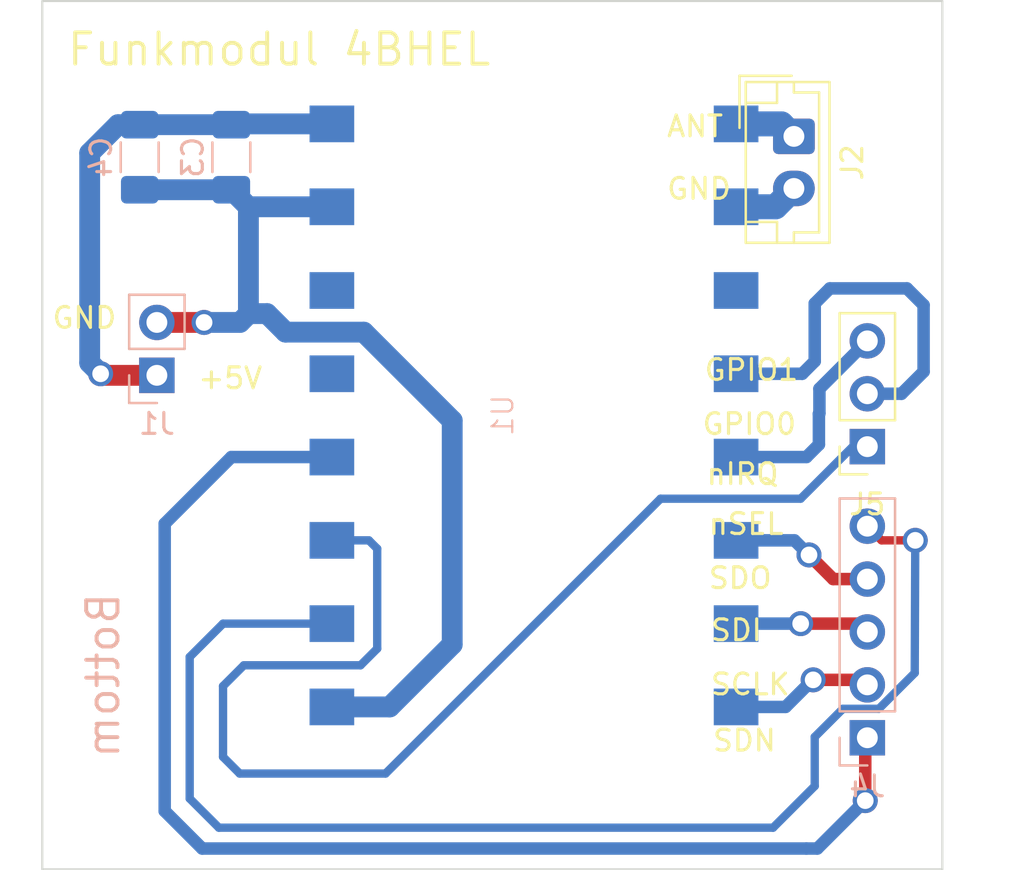
<source format=kicad_pcb>
(kicad_pcb (version 20221018) (generator pcbnew)
  (layers (0 "F.Cu" signal) (31 "B.Cu" signal) (34 "B.Paste" user) (35 "F.Paste" user) (36 "B.SilkS" user "B.Silkscreen") (37 "F.SilkS" user "F.Silkscreen") (38 "B.Mask" user) (39 "F.Mask" user) (44 "Edge.Cuts" user))
  (net 0 "")
  (net 1 "+5V")
  (net 2 "GND")
  (net 3 "/ESP_5V")
  (net 4 "/SDN")
  (net 5 "/SCLK")
  (net 6 "/SDI")
  (net 7 "/SDO")
  (net 8 "/nSEL")
  (net 9 "/nIRQ")
  (net 10 "/GPIO0")
  (net 11 "/GPIO1")
  (net 12 "/Antenne")
  (net 13 "/gnd")
  (net 14 "/NC_1")
  (net 15 "/NC_2")
  (net 16 "/NC_3")
  (footprint "Connector_JST:JST_EH_B2B-EH-A_1x02_P2.50mm_Vertical" (layer "F.Cu") (at 161.475 87 -90)
    (fp_text reference "J2" (at 1.25 -2.8 90) (layer "F.SilkS"))
    (fp_text value "Conn_01x02_Socket")
    (fp_line (start -2.91 0.11) (end -2.91 2.61) (stroke (width 0.12)) (layer "F.SilkS"))
    (fp_line (start -2.91 2.61) (end -0.41 2.61) (stroke (width 0.12)) (layer "F.SilkS"))
    (fp_line (start -2.61 -1.71) (end -2.61 2.31) (stroke (width 0.12)) (layer "F.SilkS"))
    (fp_line (start -2.61 0) (end -2.11 0) (stroke (width 0.12)) (layer "F.SilkS"))
    (fp_line (start -2.61 0.81) (end -1.61 0.81) (stroke (width 0.12)) (layer "F.SilkS"))
    (fp_line (start -2.61 2.31) (end 5.11 2.31) (stroke (width 0.12)) (layer "F.SilkS"))
    (fp_line (start -2.11 -1.21) (end 4.61 -1.21) (stroke (width 0.12)) (layer "F.SilkS"))
    (fp_line (start -2.11 0) (end -2.11 -1.21) (stroke (width 0.12)) (layer "F.SilkS"))
    (fp_line (start -1.61 0.81) (end -1.61 2.31) (stroke (width 0.12)) (layer "F.SilkS"))
    (fp_line (start 4.11 0.81) (end 4.11 2.31) (stroke (width 0.12)) (layer "F.SilkS"))
    (fp_line (start 4.61 -1.21) (end 4.61 0) (stroke (width 0.12)) (layer "F.SilkS"))
    (fp_line (start 4.61 0) (end 5.11 0) (stroke (width 0.12)) (layer "F.SilkS"))
    (fp_line (start 5.11 -1.71) (end -2.61 -1.71) (stroke (width 0.12)) (layer "F.SilkS"))
    (fp_line (start 5.11 0.81) (end 4.11 0.81) (stroke (width 0.12)) (layer "F.SilkS"))
    (fp_line (start 5.11 2.31) (end 5.11 -1.71) (stroke (width 0.12)) (layer "F.SilkS"))
    (pad "1" thru_hole roundrect (at 0 0 270) (size 1.7 2) (drill 1) (layers "*.Cu" "*.Mask") (roundrect_rratio 0.1470588235))
    (pad "2" thru_hole oval (at 2.5 0 270) (size 1.7 2) (drill 1) (layers "*.Cu" "*.Mask"))
  )
  (footprint "Connector_PinSocket_2.54mm:PinSocket_1x03_P2.54mm_Vertical" (layer "F.Cu") (at 165 101.9 180)
    (fp_text reference "J5" (at 0 -2.77) (layer "F.SilkS"))
    (fp_text value "Conn_01x03_Socket")
    (fp_line (start -1.33 1.27) (end -1.33 6.41) (stroke (width 0.12)) (layer "F.SilkS"))
    (fp_line (start -1.33 1.27) (end 1.33 1.27) (stroke (width 0.12)) (layer "F.SilkS"))
    (fp_line (start -1.33 6.41) (end 1.33 6.41) (stroke (width 0.12)) (layer "F.SilkS"))
    (fp_line (start 0 -1.33) (end 1.33 -1.33) (stroke (width 0.12)) (layer "F.SilkS"))
    (fp_line (start 1.33 -1.33) (end 1.33 0) (stroke (width 0.12)) (layer "F.SilkS"))
    (fp_line (start 1.33 1.27) (end 1.33 6.41) (stroke (width 0.12)) (layer "F.SilkS"))
    (pad "1" thru_hole rect (at 0 0 180) (size 1.7 1.7) (drill 1) (layers "*.Cu" "*.Mask") (net 9 "/nIRQ"))
    (pad "2" thru_hole oval (at 0 2.54 180) (size 1.7 1.7) (drill 1) (layers "*.Cu" "*.Mask") (net 10 "/GPIO0"))
    (pad "3" thru_hole oval (at 0 5.08 180) (size 1.7 1.7) (drill 1) (layers "*.Cu" "*.Mask") (net 11 "/GPIO1"))
  )
  (footprint "Capacitor_SMD:C_1206_3216Metric_Pad1.33x1.80mm_HandSolder" (layer "B.Cu") (at 130.075 88 -90)
    (fp_text reference "C4" (at 0 1.85 90) (layer "B.SilkS") (effects (justify mirror)))
    (fp_text value "47u")
    (fp_line (start -0.711252 -0.91) (end 0.711252 -0.91) (stroke (width 0.12)) (layer "B.SilkS"))
    (fp_line (start -0.711252 0.91) (end 0.711252 0.91) (stroke (width 0.12)) (layer "B.SilkS"))
    (pad "1" smd roundrect (at -1.5625 0 270) (size 1.325 1.8) (layers "B.Cu" "B.Paste" "B.Mask") (roundrect_rratio 0.1886792453))
    (pad "2" smd roundrect (at 1.5625 0 270) (size 1.325 1.8) (layers "B.Cu" "B.Paste" "B.Mask") (roundrect_rratio 0.1886792453))
  )
  (footprint "Connector_PinHeader_2.54mm:PinHeader_1x02_P2.54mm_Vertical" (layer "B.Cu") (at 130.9 98.475)
    (fp_text reference "J1" (at 0 2.33) (layer "B.SilkS") (effects (justify mirror)))
    (fp_text value "Conn_01x02_Socket")
    (fp_line (start -1.33 -3.87) (end 1.33 -3.87) (stroke (width 0.12)) (layer "B.SilkS"))
    (fp_line (start -1.33 -1.27) (end -1.33 -3.87) (stroke (width 0.12)) (layer "B.SilkS"))
    (fp_line (start -1.33 -1.27) (end 1.33 -1.27) (stroke (width 0.12)) (layer "B.SilkS"))
    (fp_line (start -1.33 0) (end -1.33 1.33) (stroke (width 0.12)) (layer "B.SilkS"))
    (fp_line (start -1.33 1.33) (end 0 1.33) (stroke (width 0.12)) (layer "B.SilkS"))
    (fp_line (start 1.33 -1.27) (end 1.33 -3.87) (stroke (width 0.12)) (layer "B.SilkS"))
    (pad "1" thru_hole rect (at 0 0) (size 1.7 1.7) (drill 1) (layers "*.Cu" "*.Mask") (net 3 "/ESP_5V"))
    (pad "2" thru_hole oval (at 0 -2.54) (size 1.7 1.7) (drill 1) (layers "*.Cu" "*.Mask") (net 2 "GND"))
  )
  (footprint "Capacitor_SMD:C_1206_3216Metric_Pad1.33x1.80mm_HandSolder" (layer "B.Cu") (at 134.475 88 -90)
    (fp_text reference "C3" (at 0 1.85 90) (layer "B.SilkS") (effects (justify mirror)))
    (fp_text value "100n")
    (fp_line (start -0.711252 -0.91) (end 0.711252 -0.91) (stroke (width 0.12)) (layer "B.SilkS"))
    (fp_line (start -0.711252 0.91) (end 0.711252 0.91) (stroke (width 0.12)) (layer "B.SilkS"))
    (pad "1" smd roundrect (at -1.5625 0 270) (size 1.325 1.8) (layers "B.Cu" "B.Paste" "B.Mask") (roundrect_rratio 0.1886792453))
    (pad "2" smd roundrect (at 1.5625 0 270) (size 1.325 1.8) (layers "B.Cu" "B.Paste" "B.Mask") (roundrect_rratio 0.1886792453))
  )
  (footprint "Connector_PinHeader_2.54mm:PinHeader_1x05_P2.54mm_Vertical" (layer "B.Cu") (at 165 115.88)
    (fp_text reference "J4" (at 0 2.33) (layer "B.SilkS") (effects (justify mirror)))
    (fp_text value "Conn_01x05_Socket")
    (fp_line (start -1.33 -11.49) (end 1.33 -11.49) (stroke (width 0.12)) (layer "B.SilkS"))
    (fp_line (start -1.33 -1.27) (end -1.33 -11.49) (stroke (width 0.12)) (layer "B.SilkS"))
    (fp_line (start -1.33 -1.27) (end 1.33 -1.27) (stroke (width 0.12)) (layer "B.SilkS"))
    (fp_line (start -1.33 0) (end -1.33 1.33) (stroke (width 0.12)) (layer "B.SilkS"))
    (fp_line (start -1.33 1.33) (end 0 1.33) (stroke (width 0.12)) (layer "B.SilkS"))
    (fp_line (start 1.33 -1.27) (end 1.33 -11.49) (stroke (width 0.12)) (layer "B.SilkS"))
    (pad "1" thru_hole rect (at 0 0) (size 1.7 1.7) (drill 1) (layers "*.Cu" "*.Mask") (net 4 "/SDN"))
    (pad "2" thru_hole oval (at 0 -2.54) (size 1.7 1.7) (drill 1) (layers "*.Cu" "*.Mask") (net 5 "/SCLK"))
    (pad "3" thru_hole oval (at 0 -5.08) (size 1.7 1.7) (drill 1) (layers "*.Cu" "*.Mask") (net 6 "/SDI"))
    (pad "4" thru_hole oval (at 0 -7.62) (size 1.7 1.7) (drill 1) (layers "*.Cu" "*.Mask") (net 7 "/SDO"))
    (pad "5" thru_hole oval (at 0 -10.16) (size 1.7 1.7) (drill 1) (layers "*.Cu" "*.Mask") (net 8 "/nSEL"))
  )
  (footprint "RF:Si4463" (layer "B.Cu") (at 149 100.4 -90)
    (fp_text reference "U1" (at 0 1.5 90 unlocked) (layer "B.SilkS") (effects (font (thickness 0.1)) (justify mirror)))
    (fp_text value "Si4463_eigen")
    (pad "1" smd rect (at -14 9.7 180) (size 2.143 1.762) (layers "B.Cu" "B.Paste" "B.Mask") (net 1 "+5V"))
    (pad "2" smd rect (at -10.019 9.7 180) (size 2.143 1.762) (layers "B.Cu" "B.Paste" "B.Mask") (net 2 "GND"))
    (pad "3" smd rect (at -6 9.7 180) (size 2.143 1.762) (layers "B.Cu" "B.Paste" "B.Mask") (net 14 "/NC_1"))
    (pad "4" smd rect (at -2 9.7 180) (size 2.143 1.762) (layers "B.Cu" "B.Paste" "B.Mask") (net 15 "/NC_2"))
    (pad "5" smd rect (at 2 9.7 180) (size 2.143 1.762) (layers "B.Cu" "B.Paste" "B.Mask") (net 4 "/SDN"))
    (pad "6" smd rect (at 6 9.7 180) (size 2.143 1.762) (layers "B.Cu" "B.Paste" "B.Mask") (net 9 "/nIRQ"))
    (pad "7" smd rect (at 10 9.7 180) (size 2.143 1.762) (layers "B.Cu" "B.Paste" "B.Mask") (net 8 "/nSEL"))
    (pad "8" smd rect (at 14 9.7 180) (size 2.143 1.762) (layers "B.Cu" "B.Paste" "B.Mask") (net 2 "GND"))
    (pad "9" smd rect (at -14 -9.7 180) (size 2.143 1.762) (layers "B.Cu" "B.Paste" "B.Mask") (net 12 "/Antenne"))
    (pad "10" smd rect (at -10.019 -9.7 180) (size 2.143 1.762) (layers "B.Cu" "B.Paste" "B.Mask") (net 13 "/gnd"))
    (pad "11" smd rect (at -6 -9.7 180) (size 2.143 1.762) (layers "B.Cu" "B.Paste" "B.Mask") (net 16 "/NC_3"))
    (pad "12" smd rect (at -2 -9.7 180) (size 2.143 1.762) (layers "B.Cu" "B.Paste" "B.Mask") (net 10 "/GPIO0"))
    (pad "13" smd rect (at 2 -9.7 180) (size 2.143 1.762) (layers "B.Cu" "B.Paste" "B.Mask") (net 11 "/GPIO1"))
    (pad "14" smd rect (at 6 -9.7 180) (size 2.143 1.762) (layers "B.Cu" "B.Paste" "B.Mask") (net 7 "/SDO"))
    (pad "15" smd rect (at 10 -9.7 180) (size 2.143 1.762) (layers "B.Cu" "B.Paste" "B.Mask") (net 6 "/SDI"))
    (pad "16" smd rect (at 14 -9.7 180) (size 2.143 1.762) (layers "B.Cu" "B.Paste" "B.Mask") (net 5 "/SCLK"))
  )
  (gr_rect (start 125.4 80.5) (end 168.6 122.2) (stroke (width 0.1)) (fill none) (layer "Edge.Cuts"))
  (gr_text "Bottom" (at 129.2 108.8 90) (layer "B.SilkS") (effects (font (size 1.5 1.5) (thickness 0.1875)) (justify left bottom mirror)))
  (gr_text "SDO" (at 157.3 108.8) (layer "F.SilkS") (effects (font (size 1 1)) (justify left bottom)))
  (gr_text "ANT" (at 155.3 87.1) (layer "F.SilkS") (effects (font (size 1 1)) (justify left bottom)))
  (gr_text "SCLK" (at 157.4 113.9) (layer "F.SilkS") (effects (font (size 1 1)) (justify left bottom)))
  (gr_text "nSEL" (at 157.3 106.2) (layer "F.SilkS") (effects (font (size 1 1)) (justify left bottom)))
  (gr_text "Funkmodul 4BHEL" (at 126.5 83.7) (layer "F.SilkS") (effects (font (size 1.5 1.5) (thickness 0.1875)) (justify left bottom)))
  (gr_text "+5V" (at 132.8 99.2) (layer "F.SilkS") (effects (font (size 1 1)) (justify left bottom)))
  (gr_text "SDN" (at 157.5 116.6) (layer "F.SilkS") (effects (font (size 1 1)) (justify left bottom)))
  (gr_text "GPIO0" (at 157 101.4) (layer "F.SilkS") (effects (font (size 1 1)) (justify left bottom)))
  (gr_text "GPIO1" (at 157.1 98.8) (layer "F.SilkS") (effects (font (size 1 1)) (justify left bottom)))
  (gr_text "GND" (at 155.3 90.1) (layer "F.SilkS") (effects (font (size 1 1)) (justify left bottom)))
  (gr_text "nIRQ" (at 157.2 103.8) (layer "F.SilkS") (effects (font (size 1 1)) (justify left bottom)))
  (gr_text "GND" (at 125.8 96.3) (layer "F.SilkS") (effects (font (size 1 1)) (justify left bottom)))
  (gr_text "SDI" (at 157.4 111.3) (layer "F.SilkS") (effects (font (size 1 1)) (justify left bottom)))
  (segment (start 133.2 95.9) (end 133.165 95.935) (width 1) (layer "F.Cu") (net 2))
  (segment (start 130.9 95.935) (end 133.165 95.935) (width 1) (layer "F.Cu") (net 2))
  (via (at 133.165 95.935) (size 1.2) (drill 0.8) (layers "F.Cu" "B.Cu") (net 2))
  (segment (start 135.312 95.51) (end 135.2935 95.4915) (width 1) (layer "B.Cu") (net 2))
  (segment (start 139.475 90.381) (end 135.2935 90.381) (width 1) (layer "B.Cu") (net 2))
  (segment (start 134.887 95.935) (end 135.312 95.51) (width 1) (layer "B.Cu") (net 2))
  (segment (start 142.075 114.4) (end 139.475 114.4) (width 1) (layer "B.Cu") (net 2))
  (segment (start 134.475 89.5625) (end 130.075 89.5625) (width 1) (layer "B.Cu") (net 2))
  (segment (start 136.185 95.51) (end 135.312 95.51) (width 1) (layer "B.Cu") (net 2))
  (segment (start 135.2935 90.381) (end 134.475 89.5625) (width 1) (layer "B.Cu") (net 2))
  (segment (start 135.2935 90.381) (end 135.2935 95.4915) (width 1) (layer "B.Cu") (net 2))
  (segment (start 137.075 96.4) (end 140.8275 96.4) (width 1) (layer "B.Cu") (net 2))
  (segment (start 145.075 111.4) (end 142.075 114.4) (width 1) (layer "B.Cu") (net 2))
  (segment (start 140.8275 96.4) (end 145.075 100.6475) (width 1) (layer "B.Cu") (net 2))
  (segment (start 145.075 100.6475) (end 145.075 111.4) (width 1) (layer "B.Cu") (net 2))
  (segment (start 136.185 95.51) (end 137.075 96.4) (width 1) (layer "B.Cu") (net 2))
  (segment (start 133.165 95.935) (end 134.887 95.935) (width 1) (layer "B.Cu") (net 2))
  (segment (start 130.9 98.475) (end 128.275 98.475) (width 1) (layer "F.Cu") (net 3))
  (segment (start 128.275 98.475) (end 128.2 98.4) (width 1) (layer "F.Cu") (net 3))
  (via (at 128.2 98.4) (size 1.2) (drill 0.8) (layers "F.Cu" "B.Cu") (net 3))
  (segment (start 129.0375 86.4375) (end 127.675 87.8) (width 1) (layer "B.Cu") (net 3))
  (segment (start 127.675 87.8) (end 127.675 97.875) (width 1) (layer "B.Cu") (net 3))
  (segment (start 134.5125 86.4) (end 134.475 86.4375) (width 1) (layer "B.Cu") (net 3))
  (segment (start 134.475 86.4375) (end 129.0375 86.4375) (width 1) (layer "B.Cu") (net 3))
  (segment (start 139.475 86.4) (end 134.5125 86.4) (width 1) (layer "B.Cu") (net 3))
  (segment (start 127.675 97.875) (end 128.2 98.4) (width 1) (layer "B.Cu") (net 3))
  (segment (start 164.9 115.88) (end 165.1 115.68) (width 0.6) (layer "F.Cu") (net 4))
  (segment (start 164.9 115.98) (end 165 115.88) (width 0.6) (layer "F.Cu") (net 4))
  (segment (start 164.9 118.9) (end 164.9 115.98) (width 0.6) (layer "F.Cu") (net 4))
  (via (at 164.9 118.9) (size 1.2) (drill 0.8) (layers "F.Cu" "B.Cu") (net 4))
  (segment (start 131.275 119.4) (end 131.275 105.6) (width 0.6) (layer "B.Cu") (net 4))
  (segment (start 162.075 121.2) (end 133.075 121.2) (width 0.6) (layer "B.Cu") (net 4))
  (segment (start 162.075 121.2) (end 162.6 121.2) (width 0.6) (layer "B.Cu") (net 4))
  (segment (start 162.6 121.2) (end 164.9 118.9) (width 0.6) (layer "B.Cu") (net 4))
  (segment (start 133.075 121.2) (end 131.275 119.4) (width 0.6) (layer "B.Cu") (net 4))
  (segment (start 131.275 105.6) (end 134.475 102.4) (width 0.6) (layer "B.Cu") (net 4))
  (segment (start 134.475 102.4) (end 139.475 102.4) (width 0.6) (layer "B.Cu") (net 4))
  (segment (start 164.76 113.1) (end 165 113.34) (width 0.6) (layer "F.Cu") (net 5))
  (segment (start 162.4 113.1) (end 164.76 113.1) (width 0.6) (layer "F.Cu") (net 5))
  (segment (start 162.44 113.14) (end 162.4 113.1) (width 0.6) (layer "F.Cu") (net 5))
  (via (at 162.4 113.1) (size 1.2) (drill 0.8) (layers "F.Cu" "B.Cu") (net 5))
  (segment (start 162.375 113.1) (end 162.4 113.1) (width 0.6) (layer "B.Cu") (net 5))
  (segment (start 162.4 113.1) (end 162.4 113.075) (width 0.6) (layer "B.Cu") (net 5))
  (segment (start 158.875 114.4) (end 161.075 114.4) (width 0.6) (layer "B.Cu") (net 5))
  (segment (start 161.075 114.4) (end 162.375 113.1) (width 0.6) (layer "B.Cu") (net 5))
  (segment (start 162.4 113.075) (end 162.275 113.2) (width 0.6) (layer "B.Cu") (net 5))
  (segment (start 164.6 110.4) (end 165 110.8) (width 0.6) (layer "F.Cu") (net 6))
  (segment (start 162 110.6) (end 161.8 110.4) (width 0.6) (layer "F.Cu") (net 6))
  (segment (start 161.8 110.4) (end 164.6 110.4) (width 0.6) (layer "F.Cu") (net 6))
  (via (at 161.8 110.4) (size 1.2) (drill 0.8) (layers "F.Cu" "B.Cu") (net 6))
  (segment (start 158.675 110.4) (end 161.8 110.4) (width 0.6) (layer "B.Cu") (net 6))
  (segment (start 162.2 107.1) (end 163.36 108.26) (width 0.6) (layer "F.Cu") (net 7))
  (segment (start 163.36 108.26) (end 165 108.26) (width 0.6) (layer "F.Cu") (net 7))
  (via (at 162.2 107.1) (size 1.2) (drill 0.8) (layers "F.Cu" "B.Cu") (net 7))
  (segment (start 158.675 106.4) (end 161.5 106.4) (width 0.6) (layer "B.Cu") (net 7))
  (segment (start 161.5 106.4) (end 162.2 107.1) (width 0.6) (layer "B.Cu") (net 7))
  (segment (start 167.3 106.4) (end 167.3 106.1) (width 0.4) (layer "F.Cu") (net 8))
  (segment (start 167.3 106.4) (end 165.68 106.4) (width 0.4) (layer "F.Cu") (net 8))
  (segment (start 165.68 106.4) (end 165 105.72) (width 0.4) (layer "F.Cu") (net 8))
  (via (at 167.3 106.4) (size 1.2) (drill 0.8) (layers "F.Cu" "B.Cu") (net 8))
  (segment (start 165.552767 114.49) (end 163.825 114.49) (width 0.4) (layer "B.Cu") (net 8))
  (segment (start 167.3 106.4) (end 167.275 112.767767) (width 0.4) (layer "B.Cu") (net 8))
  (segment (start 163.825 114.49) (end 162.475 115.84) (width 0.4) (layer "B.Cu") (net 8))
  (segment (start 167.275 106.4) (end 167.3 106.4) (width 0.4) (layer "B.Cu") (net 8))
  (segment (start 134.075 110.4) (end 139.475 110.4) (width 0.4) (layer "B.Cu") (net 8))
  (segment (start 162.475 118.2) (end 160.475 120.2) (width 0.4) (layer "B.Cu") (net 8))
  (segment (start 133.875 120.2) (end 132.475 118.8) (width 0.4) (layer "B.Cu") (net 8))
  (segment (start 132.475 118.8) (end 132.475 112) (width 0.4) (layer "B.Cu") (net 8))
  (segment (start 132.475 112) (end 134.075 110.4) (width 0.4) (layer "B.Cu") (net 8))
  (segment (start 167.275 112.767767) (end 165.552767 114.49) (width 0.4) (layer "B.Cu") (net 8))
  (segment (start 162.475 115.84) (end 162.475 118.2) (width 0.4) (layer "B.Cu") (net 8))
  (segment (start 160.475 120.2) (end 133.875 120.2) (width 0.4) (layer "B.Cu") (net 8))
  (segment (start 134.075 113.4) (end 135.075 112.4) (width 0.4) (layer "B.Cu") (net 9))
  (segment (start 141.075 106.4) (end 139.475 106.4) (width 0.4) (layer "B.Cu") (net 9))
  (segment (start 155.075 104.4) (end 141.875 117.6) (width 0.4) (layer "B.Cu") (net 9))
  (segment (start 134.875 117.6) (end 134.075 116.8) (width 0.4) (layer "B.Cu") (net 9))
  (segment (start 134.075 116.8) (end 134.075 113.4) (width 0.4) (layer "B.Cu") (net 9))
  (segment (start 164.3 101.9) (end 165 101.9) (width 0.4) (layer "B.Cu") (net 9))
  (segment (start 161.8 104.4) (end 164.3 101.9) (width 0.4) (layer "B.Cu") (net 9))
  (segment (start 135.075 112.4) (end 140.675 112.4) (width 0.4) (layer "B.Cu") (net 9))
  (segment (start 141.475 106.8) (end 141.075 106.4) (width 0.4) (layer "B.Cu") (net 9))
  (segment (start 141.875 117.6) (end 134.875 117.6) (width 0.4) (layer "B.Cu") (net 9))
  (segment (start 155.075 104.4) (end 161.8 104.4) (width 0.4) (layer "B.Cu") (net 9))
  (segment (start 141.475 111.6) (end 141.475 106.8) (width 0.4) (layer "B.Cu") (net 9))
  (segment (start 140.675 112.4) (end 141.475 111.6) (width 0.4) (layer "B.Cu") (net 9))
  (segment (start 162.475 95.025) (end 163.2 94.3) (width 0.6) (layer "B.Cu") (net 10))
  (segment (start 161.875 98.4) (end 162.475 97.8) (width 0.6) (layer "B.Cu") (net 10))
  (segment (start 163.2 94.3) (end 166.9 94.3) (width 0.6) (layer "B.Cu") (net 10))
  (segment (start 166.9 94.3) (end 167.7 95.1) (width 0.6) (layer "B.Cu") (net 10))
  (segment (start 166.64 99.36) (end 165 99.36) (width 0.6) (layer "B.Cu") (net 10))
  (segment (start 167.7 95.1) (end 167.7 98.3) (width 0.6) (layer "B.Cu") (net 10))
  (segment (start 167.7 98.3) (end 166.64 99.36) (width 0.6) (layer "B.Cu") (net 10))
  (segment (start 158.875 98.4) (end 161.875 98.4) (width 0.6) (layer "B.Cu") (net 10))
  (segment (start 162.475 97.8) (end 162.475 95.025) (width 0.6) (layer "B.Cu") (net 10))
  (segment (start 162.7 99.12) (end 165 96.82) (width 0.6) (layer "B.Cu") (net 11))
  (segment (start 162.7 100.3) (end 162.675 100.325) (width 0.6) (layer "B.Cu") (net 11))
  (segment (start 162.675 101.8) (end 162.675 100.325) (width 0.6) (layer "B.Cu") (net 11))
  (segment (start 162.675 101.8) (end 162.075 102.4) (width 0.6) (layer "B.Cu") (net 11))
  (segment (start 162.075 102.4) (end 158.875 102.4) (width 0.6) (layer "B.Cu") (net 11))
  (segment (start 162.7 100.3) (end 162.7 99.12) (width 0.6) (layer "B.Cu") (net 11))
  (segment (start 160.875 86.4) (end 161.475 87) (width 1.2) (layer "B.Cu") (net 12))
  (segment (start 158.875 86.4) (end 160.875 86.4) (width 1.2) (layer "B.Cu") (net 12))
  (segment (start 160.594 90.381) (end 161.475 89.5) (width 1.2) (layer "B.Cu") (net 13))
  (segment (start 158.875 90.381) (end 160.594 90.381) (width 1.2) (layer "B.Cu") (net 13))
)
</source>
